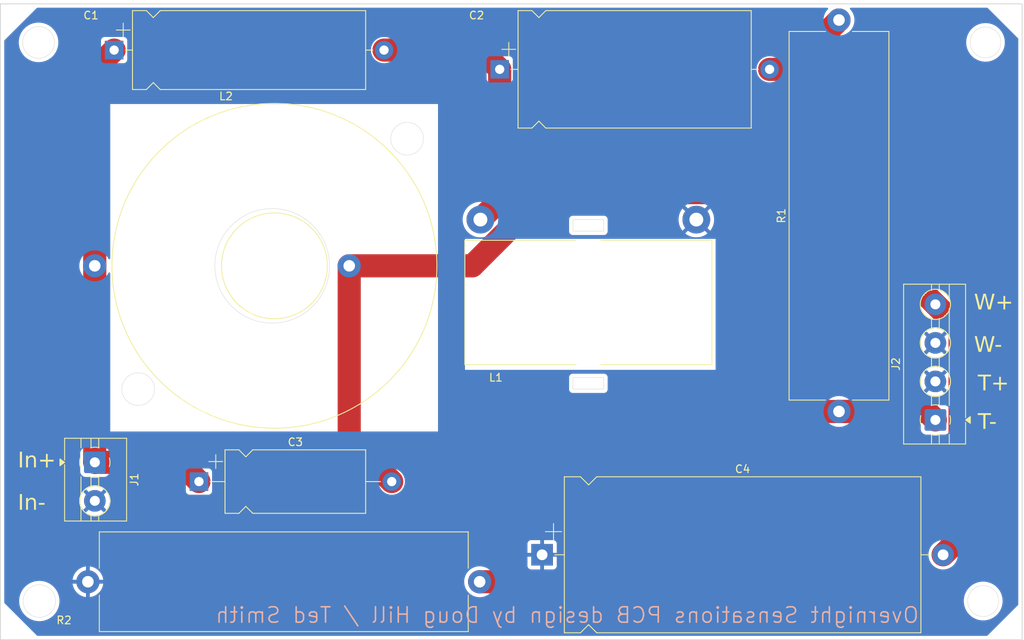
<source format=kicad_pcb>
(kicad_pcb (version 20240108) (generator "pcbnew") (generator_version "8.0")
  (layers (0 "F.Cu" signal) (31 "B.Cu" signal) (34 "B.Paste" user) (35 "F.Paste" user) (36 "B.SilkS" user "B.Silkscreen") (37 "F.SilkS" user "F.Silkscreen") (38 "B.Mask" user) (39 "F.Mask" user) (44 "Edge.Cuts" user))
  (net 0 "")
  (net 1 "Net-(J1-Pin_1)")
  (net 2 "Net-(C1-Pad2)")
  (net 3 "Net-(C2-Pad2)")
  (net 4 "GND")
  (net 5 "/Woofer +")
  (net 6 "/Tweeter -")
  (footprint "Inductor_THT:L_Toroid_Vertical_L31.8mm_W15.9mm_P13.50mm_Bourns_5700" (layer "F.Cu") (at 113 60.5)
    (property "Reference" "L1" (at -12 16.5 0) (layer "F.SilkS"))
    (property "Value" ".35m")
    (fp_line (start -16.02 -1.32) (end -16.02 14.82) (stroke (width 0.12)) (layer "F.SilkS"))
    (fp_line (start -16.02 -1.32) (end -1.608 -1.32) (stroke (width 0.12)) (layer "F.SilkS"))
    (fp_line (start -16.02 14.82) (end -1.608 14.82) (stroke (width 0.12)) (layer "F.SilkS"))
    (fp_line (start 1.608 -1.32) (end 16.02 -1.32) (stroke (width 0.12)) (layer "F.SilkS"))
    (fp_line (start 1.608 14.82) (end 16.02 14.82) (stroke (width 0.12)) (layer "F.SilkS"))
    (fp_line (start 16.02 -1.32) (end 16.02 14.82) (stroke (width 0.12)) (layer "F.SilkS"))
    (pad "1" thru_hole circle (at -14 -4) (size 3.6 3.6) (drill 1.8) (layers "*.Cu" "*.Mask") (net 2 "Net-(C1-Pad2)"))
    (pad "2" thru_hole circle (at 14 -4) (size 3.6 3.6) (drill 1.8) (layers "*.Cu" "*.Mask") (net 4 "GND"))
  )
  (footprint "Resistor_THT:R_Axial_Shunt_L47.6mm_W12.7mm_PS34.93mm_P50.80mm" (layer "F.Cu") (at 98.9 103.5 180)
    (property "Reference" "R2" (at 53.9 -5 0) (layer "F.SilkS"))
    (property "Value" "10")
    (fp_line (start 49.32 6.47) (end 49.32 1.74) (stroke (width 0.12)) (layer "F.SilkS"))
    (fp_line (start 49.32 -6.47) (end 49.32 -1.74) (stroke (width 0.12)) (layer "F.SilkS"))
    (fp_line (start 1.48 6.47) (end 49.32 6.47) (stroke (width 0.12)) (layer "F.SilkS"))
    (fp_line (start 1.48 1.74) (end 1.48 6.47) (stroke (width 0.12)) (layer "F.SilkS"))
    (fp_line (start 1.48 -1.74) (end 1.48 -6.47) (stroke (width 0.12)) (layer "F.SilkS"))
    (fp_line (start 1.48 -6.47) (end 49.32 -6.47) (stroke (width 0.12)) (layer "F.SilkS"))
    (pad "1" thru_hole circle (at 0 0 180) (size 3 3) (drill 1.5) (layers "*.Cu" "*.Mask") (net 6 "/Tweeter -"))
    (pad "2" thru_hole oval (at 50.8 0 180) (size 3 3) (drill 1.5) (layers "*.Cu" "*.Mask") (net 4 "GND"))
  )
  (footprint "Capacitor_THT:CP_Axial_L30.0mm_D10.0mm_P35.00mm_Horizontal" (layer "F.Cu") (at 51.5 34.5)
    (property "Reference" "C1" (at -3 -4.5 0) (layer "F.SilkS"))
    (property "Value" "1.5u")
    (fp_line (start 0.28 -2.6) (end 2.08 -2.6) (stroke (width 0.12)) (layer "F.SilkS"))
    (fp_line (start 1.18 -3.5) (end 1.18 -1.7) (stroke (width 0.12)) (layer "F.SilkS"))
    (fp_line (start 1.44 0) (end 2.38 0) (stroke (width 0.12)) (layer "F.SilkS"))
    (fp_line (start 2.38 -5.12) (end 2.38 5.12) (stroke (width 0.12)) (layer "F.SilkS"))
    (fp_line (start 2.38 -5.12) (end 4.18 -5.12) (stroke (width 0.12)) (layer "F.SilkS"))
    (fp_line (start 2.38 5.12) (end 4.18 5.12) (stroke (width 0.12)) (layer "F.SilkS"))
    (fp_line (start 4.18 -5.12) (end 5.08 -4.22) (stroke (width 0.12)) (layer "F.SilkS"))
    (fp_line (start 4.18 5.12) (end 5.08 4.22) (stroke (width 0.12)) (layer "F.SilkS"))
    (fp_line (start 5.08 -4.22) (end 5.98 -5.12) (stroke (width 0.12)) (layer "F.SilkS"))
    (fp_line (start 5.08 4.22) (end 5.98 5.12) (stroke (width 0.12)) (layer "F.SilkS"))
    (fp_line (start 5.98 -5.12) (end 32.62 -5.12) (stroke (width 0.12)) (layer "F.SilkS"))
    (fp_line (start 5.98 5.12) (end 32.62 5.12) (stroke (width 0.12)) (layer "F.SilkS"))
    (fp_line (start 32.62 -5.12) (end 32.62 5.12) (stroke (width 0.12)) (layer "F.SilkS"))
    (fp_line (start 33.56 0) (end 32.62 0) (stroke (width 0.12)) (layer "F.SilkS"))
    (pad "1" thru_hole rect (at 0 0) (size 2.4 2.4) (drill 1.2) (layers "*.Cu" "*.Mask") (net 1 "Net-(J1-Pin_1)"))
    (pad "2" thru_hole oval (at 35 0) (size 2.4 2.4) (drill 1.2) (layers "*.Cu" "*.Mask") (net 2 "Net-(C1-Pad2)"))
  )
  (footprint "Capacitor_THT:CP_Axial_L18.0mm_D8.0mm_P25.00mm_Horizontal" (layer "F.Cu") (at 62.5 90.5)
    (property "Reference" "C3" (at 12.5 -5.12 0) (layer "F.SilkS"))
    (property "Value" ".22u")
    (fp_line (start 1.28 -2.6) (end 3.08 -2.6) (stroke (width 0.12)) (layer "F.SilkS"))
    (fp_line (start 1.44 0) (end 3.38 0) (stroke (width 0.12)) (layer "F.SilkS"))
    (fp_line (start 2.18 -3.5) (end 2.18 -1.7) (stroke (width 0.12)) (layer "F.SilkS"))
    (fp_line (start 3.38 -4.12) (end 3.38 4.12) (stroke (width 0.12)) (layer "F.SilkS"))
    (fp_line (start 3.38 -4.12) (end 5.18 -4.12) (stroke (width 0.12)) (layer "F.SilkS"))
    (fp_line (start 3.38 4.12) (end 5.18 4.12) (stroke (width 0.12)) (layer "F.SilkS"))
    (fp_line (start 5.18 -4.12) (end 6.08 -3.22) (stroke (width 0.12)) (layer "F.SilkS"))
    (fp_line (start 5.18 4.12) (end 6.08 3.22) (stroke (width 0.12)) (layer "F.SilkS"))
    (fp_line (start 6.08 -3.22) (end 6.98 -4.12) (stroke (width 0.12)) (layer "F.SilkS"))
    (fp_line (start 6.08 3.22) (end 6.98 4.12) (stroke (width 0.12)) (layer "F.SilkS"))
    (fp_line (start 6.98 -4.12) (end 21.62 -4.12) (stroke (width 0.12)) (layer "F.SilkS"))
    (fp_line (start 6.98 4.12) (end 21.62 4.12) (stroke (width 0.12)) (layer "F.SilkS"))
    (fp_line (start 21.62 -4.12) (end 21.62 4.12) (stroke (width 0.12)) (layer "F.SilkS"))
    (fp_line (start 23.56 0) (end 21.62 0) (stroke (width 0.12)) (layer "F.SilkS"))
    (pad "1" thru_hole rect (at 0 0) (size 2.4 2.4) (drill 1.2) (layers "*.Cu" "*.Mask") (net 1 "Net-(J1-Pin_1)"))
    (pad "2" thru_hole oval (at 25 0) (size 2.4 2.4) (drill 1.2) (layers "*.Cu" "*.Mask") (net 5 "/Woofer +"))
  )
  (footprint "Inductor_THT:L_Toroid_Horizontal_D41.9mm_P37.60mm_Vishay_TJ7" (layer "F.Cu") (at 53.4875 62.5)
    (property "Reference" "L2" (at 12.5125 -22 0) (layer "F.SilkS"))
    (property "Value" "1.1m")
    (fp_circle (center 18.8 0) (end 25.663333 0) (stroke (width 0.12)) (fill none) (layer "F.SilkS"))
    (fp_circle (center 18.8 0) (end 39.87 0) (stroke (width 0.12)) (fill none) (layer "F.SilkS"))
    (pad "1" thru_hole circle (at -4.5 0) (size 3 3) (drill 1.5) (layers "*.Cu" "*.Mask") (net 1 "Net-(J1-Pin_1)"))
    (pad "2" thru_hole circle (at 28.5 0) (size 3 3) (drill 1.5) (layers "*.Cu" "*.Mask") (net 5 "/Woofer +"))
  )
  (footprint "Resistor_THT:R_Axial_Shunt_L47.6mm_W12.7mm_PS34.93mm_P50.80mm" (layer "F.Cu") (at 145.5 81.4 90)
    (property "Reference" "R1" (at 25.4 -7.47 90) (layer "F.SilkS"))
    (property "Value" "6")
    (fp_line (start 49.32 -6.47) (end 49.32 -1.74) (stroke (width 0.12)) (layer "F.SilkS"))
    (fp_line (start 1.48 -6.47) (end 49.32 -6.47) (stroke (width 0.12)) (layer "F.SilkS"))
    (fp_line (start 1.48 -1.74) (end 1.48 -6.47) (stroke (width 0.12)) (layer "F.SilkS"))
    (fp_line (start 1.48 1.74) (end 1.48 6.47) (stroke (width 0.12)) (layer "F.SilkS"))
    (fp_line (start 49.32 6.47) (end 49.32 1.74) (stroke (width 0.12)) (layer "F.SilkS"))
    (fp_line (start 1.48 6.47) (end 49.32 6.47) (stroke (width 0.12)) (layer "F.SilkS"))
    (pad "1" thru_hole circle (at 0 0 90) (size 3 3) (drill 1.5) (layers "*.Cu" "*.Mask") (net 6 "/Tweeter -"))
    (pad "2" thru_hole oval (at 50.8 0 90) (size 3 3) (drill 1.5) (layers "*.Cu" "*.Mask") (net 3 "Net-(C2-Pad2)"))
  )
  (footprint "Capacitor_THT:CP_Axial_L30.0mm_D15.0mm_P35.00mm_Horizontal" (layer "F.Cu") (at 101.5 37)
    (property "Reference" "C2" (at -3 -7 0) (layer "F.SilkS"))
    (property "Value" "2.2u")
    (fp_line (start 0.28 -2.6) (end 2.08 -2.6) (stroke (width 0.12)) (layer "F.SilkS"))
    (fp_line (start 1.18 -3.5) (end 1.18 -1.7) (stroke (width 0.12)) (layer "F.SilkS"))
    (fp_line (start 1.44 0) (end 2.38 0) (stroke (width 0.12)) (layer "F.SilkS"))
    (fp_line (start 2.38 -7.62) (end 2.38 7.62) (stroke (width 0.12)) (layer "F.SilkS"))
    (fp_line (start 2.38 -7.62) (end 4.18 -7.62) (stroke (width 0.12)) (layer "F.SilkS"))
    (fp_line (start 2.38 7.62) (end 4.18 7.62) (stroke (width 0.12)) (layer "F.SilkS"))
    (fp_line (start 4.18 -7.62) (end 5.08 -6.72) (stroke (width 0.12)) (layer "F.SilkS"))
    (fp_line (start 4.18 7.62) (end 5.08 6.72) (stroke (width 0.12)) (layer "F.SilkS"))
    (fp_line (start 5.08 -6.72) (end 5.98 -7.62) (stroke (width 0.12)) (layer "F.SilkS"))
    (fp_line (start 5.08 6.72) (end 5.98 7.62) (stroke (width 0.12)) (layer "F.SilkS"))
    (fp_line (start 5.98 -7.62) (end 32.62 -7.62) (stroke (width 0.12)) (layer "F.SilkS"))
    (fp_line (start 5.98 7.62) (end 32.62 7.62) (stroke (width 0.12)) (layer "F.SilkS"))
    (fp_line (start 32.62 -7.62) (end 32.62 7.62) (stroke (width 0.12)) (layer "F.SilkS"))
    (fp_line (start 33.56 0) (end 32.62 0) (stroke (width 0.12)) (layer "F.SilkS"))
    (pad "1" thru_hole rect (at 0 0) (size 2.4 2.4) (drill 1.2) (layers "*.Cu" "*.Mask") (net 2 "Net-(C1-Pad2)"))
    (pad "2" thru_hole oval (at 35 0) (size 2.4 2.4) (drill 1.2) (layers "*.Cu" "*.Mask") (net 3 "Net-(C2-Pad2)"))
  )
  (footprint "Capacitor_THT:CP_Axial_L46.0mm_D20.0mm_P52.00mm_Horizontal" (layer "F.Cu") (at 107 100)
    (property "Reference" "C4" (at 26 -11.12 0) (layer "F.SilkS"))
    (property "Value" "6.8u")
    (fp_line (start 0.43 -3) (end 2.53 -3) (stroke (width 0.12)) (layer "F.SilkS"))
    (fp_line (start 1.48 -4.05) (end 1.48 -1.95) (stroke (width 0.12)) (layer "F.SilkS"))
    (fp_line (start 1.64 0) (end 2.88 0) (stroke (width 0.12)) (layer "F.SilkS"))
    (fp_line (start 2.88 -10.12) (end 2.88 10.12) (stroke (width 0.12)) (layer "F.SilkS"))
    (fp_line (start 2.88 -10.12) (end 4.98 -10.12) (stroke (width 0.12)) (layer "F.SilkS"))
    (fp_line (start 2.88 10.12) (end 4.98 10.12) (stroke (width 0.12)) (layer "F.SilkS"))
    (fp_line (start 4.98 -10.12) (end 6.03 -9.07) (stroke (width 0.12)) (layer "F.SilkS"))
    (fp_line (start 4.98 10.12) (end 6.03 9.07) (stroke (width 0.12)) (layer "F.SilkS"))
    (fp_line (start 6.03 -9.07) (end 7.08 -10.12) (stroke (width 0.12)) (layer "F.SilkS"))
    (fp_line (start 6.03 9.07) (end 7.08 10.12) (stroke (width 0.12)) (layer "F.SilkS"))
    (fp_line (start 7.08 -10.12) (end 49.12 -10.12) (stroke (width 0.12)) (layer "F.SilkS"))
    (fp_line (start 7.08 10.12) (end 49.12 10.12) (stroke (width 0.12)) (layer "F.SilkS"))
    (fp_line (start 49.12 -10.12) (end 49.12 10.12) (stroke (width 0.12)) (layer "F.SilkS"))
    (fp_line (start 50.36 0) (end 49.12 0) (stroke (width 0.12)) (layer "F.SilkS"))
    (pad "1" thru_hole rect (at 0 0) (size 2.8 2.8) (drill 1.4) (layers "*.Cu" "*.Mask") (net 4 "GND"))
    (pad "2" thru_hole oval (at 52 0) (size 2.8 2.8) (drill 1.4) (layers "*.Cu" "*.Mask") (net 5 "/Woofer +"))
  )
  (footprint "TerminalBlock:TerminalBlock_MaiXu_MX126-5.0-04P_1x04_P5.00mm" (layer "F.Cu") (at 158 82.5 90)
    (property "Reference" "J2" (at 7.25 -5.12 90) (layer "F.SilkS"))
    (property "Value" "Screw_Terminal_01x04")
    (fp_line (start 17.62 -4.12) (end 17.62 3.92) (stroke (width 0.12)) (layer "F.SilkS"))
    (fp_line (start -3.12 -4.12) (end 17.62 -4.12) (stroke (width 0.12)) (layer "F.SilkS"))
    (fp_line (start -3.12 -4.12) (end -3.12 3.92) (stroke (width 0.12)) (layer "F.SilkS"))
    (fp_line (start 16.247 -1.486) (end 16.204 -1.443) (stroke (width 0.12)) (layer "F.SilkS"))
    (fp_line (start 11.247 -1.486) (end 11.204 -1.443) (stroke (width 0.12)) (layer "F.SilkS"))
    (fp_line (start 6.247 -1.486) (end 6.204 -1.443) (stroke (width 0.12)) (layer "F.SilkS"))
    (fp_line (start 16.487 -1.247) (end 16.444 -1.204) (stroke (width 0.12)) (layer "F.SilkS"))
    (fp_line (start 11.487 -1.247) (end 11.444 -1.204) (stroke (width 0.12)) (layer "F.SilkS"))
    (fp_line (start 6.487 -1.247) (end 6.444 -1.204) (stroke (width 0.12)) (layer "F.SilkS"))
    (fp_line (start 16.812 -0.5) (end 17.62 -0.5) (stroke (width 0.12)) (layer "F.SilkS"))
    (fp_line (start 11.812 -0.5) (end 13.188 -0.5) (stroke (width 0.12)) (layer "F.SilkS"))
    (fp_line (start 6.812 -0.5) (end 8.188 -0.5) (stroke (width 0.12)) (layer "F.SilkS"))
    (fp_line (start 1.88 -0.5) (end 3.188 -0.5) (stroke (width 0.12)) (layer "F.SilkS"))
    (fp_line (start -3.12 -0.5) (end -1.88 -0.5) (stroke (width 0.12)) (layer "F.SilkS"))
    (fp_line (start 16.812 0.5) (end 17.62 0.5) (stroke (width 0.12)) (layer "F.SilkS"))
    (fp_line (start 11.812 0.5) (end 13.188 0.5) (stroke (width 0.12)) (layer "F.SilkS"))
    (fp_line (start 6.812 0.5) (end 8.188 0.5) (stroke (width 0.12)) (layer "F.SilkS"))
    (fp_line (start 1.88 0.5) (end 3.188 0.5) (stroke (width 0.12)) (layer "F.SilkS"))
    (fp_line (start -3.12 0.5) (end -1.88 0.5) (stroke (width 0.12)) (layer "F.SilkS"))
    (fp_line (start 13.556 1.204) (end 13.513 1.247) (stroke (width 0.12)) (layer "F.SilkS"))
    (fp_line (start 8.556 1.204) (end 8.513 1.247) (stroke (width 0.12)) (layer "F.SilkS"))
    (fp_line (start 3.556 1.204) (end 3.513 1.247) (stroke (width 0.12)) (layer "F.SilkS"))
    (fp_line (start 13.795 1.443) (end 13.752 1.486) (stroke (width 0.12)) (layer "F.SilkS"))
    (fp_line (start 8.795 1.443) (end 8.752 1.486) (stroke (width 0.12)) (layer "F.SilkS"))
    (fp_line (start 3.795 1.443) (end 3.752 1.486) (stroke (width 0.12)) (layer "F.SilkS"))
    (fp_line (start 15.543 1.8) (end 17.62 1.8) (stroke (width 0.12)) (layer "F.SilkS"))
    (fp_line (start 10.543 1.8) (end 14.457 1.8) (stroke (width 0.12)) (layer "F.SilkS"))
    (fp_line (start 5.543 1.8) (end 9.457 1.8) (stroke (width 0.12)) (layer "F.SilkS"))
    (fp_line (start 1.88 1.8) (end 4.457 1.8) (stroke (width 0.12)) (layer "F.SilkS"))
    (fp_line (start -3.12 1.8) (end -1.88 1.8) (stroke (width 0.12)) (layer "F.SilkS"))
    (fp_line (start 0.3 3.92) (end 17.62 3.92) (stroke (width 0.12)) (layer "F.SilkS"))
    (fp_line (start -3.12 3.92) (end -0.3 3.92) (stroke (width 0.12)) (layer "F.SilkS"))
    (fp_arc (start -0.554 -1.88) (mid 0.000246 -1.959928) (end 0.554472 -1.879861) (stroke (width 0.12)) (layer "F.SilkS"))
    (fp_arc (start 1.88 -0.554) (mid 1.959928 0.000246) (end 1.879861 0.554472) (stroke (width 0.12)) (layer "F.SilkS"))
    (fp_arc (start -1.88 0.554) (mid -1.959928 -0.000246) (end -1.879861 -0.554472) (stroke (width 0.12)) (layer "F.SilkS"))
    (fp_arc (start 0.554 1.88) (mid -0.000246 1.959928) (end -0.554472 1.879861) (stroke (width 0.12)) (layer "F.SilkS"))
    (fp_circle (center 15 0) (end 16.96 0) (stroke (width 0.12)) (fill none) (layer "F.SilkS"))
    (fp_circle (center 10 0) (end 11.96 0) (stroke (width 0.12)) (fill none) (layer "F.SilkS"))
    (fp_circle (center 5 0) (end 6.96 0) (stroke (width 0.12)) (fill none) (layer "F.SilkS"))
    (fp_poly (pts (xy 0 3.92) (xy 0.44 4.53) (xy -0.44 4.53) (xy 0 3.92)) (stroke (width 0.12)) (fill solid) (layer "F.SilkS"))
    (pad "1" thru_hole roundrect (at 0 0 90) (size 2.8 2.8) (drill 1.3) (layers "*.Cu" "*.Mask") (roundrect_rratio 0.089286) (net 6 "/Tweeter -"))
    (pad "2" thru_hole circle (at 5 0 90) (size 2.8 2.8) (drill 1.3) (layers "*.Cu" "*.Mask") (net 4 "GND"))
    (pad "3" thru_hole circle (at 15 0 90) (size 2.8 2.8) (drill 1.3) (layers "*.Cu" "*.Mask") (net 5 "/Woofer +"))
    (pad "4" thru_hole circle (at 10 0 90) (size 2.8 2.8) (drill 1.3) (layers "*.Cu" "*.Mask") (net 4 "GND"))
  )
  (footprint "TerminalBlock:TerminalBlock_MaiXu_MX126-5.0-02P_1x02_P5.00mm" (layer "F.Cu") (at 49 88 -90)
    (property "Reference" "J1" (at 2.25 -5.12 90) (layer "F.SilkS"))
    (property "Value" "Screw_Terminal_01x02")
    (fp_line (start -3.12 3.92) (end -0.3 3.92) (stroke (width 0.12)) (layer "F.SilkS"))
    (fp_line (start 0.3 3.92) (end 7.62 3.92) (stroke (width 0.12)) (layer "F.SilkS"))
    (fp_line (start -3.12 1.8) (end -1.88 1.8) (stroke (width 0.12)) (layer "F.SilkS"))
    (fp_line (start 1.88 1.8) (end 4.457 1.8) (stroke (width 0.12)) (layer "F.SilkS"))
    (fp_line (start 5.543 1.8) (end 7.62 1.8) (stroke (width 0.12)) (layer "F.SilkS"))
    (fp_line (start 3.795 1.443) (end 3.752 1.486) (stroke (width 0.12)) (layer "F.SilkS"))
    (fp_line (start 3.556 1.204) (end 3.513 1.247) (stroke (width 0.12)) (layer "F.SilkS"))
    (fp_line (start -3.12 0.5) (end -1.88 0.5) (stroke (width 0.12)) (layer "F.SilkS"))
    (fp_line (start 1.88 0.5) (end 3.188 0.5) (stroke (width 0.12)) (layer "F.SilkS"))
    (fp_line (start 6.812 0.5) (end 7.62 0.5) (stroke (width 0.12)) (layer "F.SilkS"))
    (fp_line (start -3.12 -0.5) (end -1.88 -0.5) (stroke (width 0.12)) (layer "F.SilkS"))
    (fp_line (start 1.88 -0.5) (end 3.188 -0.5) (stroke (width 0.12)) (layer "F.SilkS"))
    (fp_line (start 6.812 -0.5) (end 7.62 -0.5) (stroke (width 0.12)) (layer "F.SilkS"))
    (fp_line (start 6.487 -1.247) (end 6.444 -1.204) (stroke (width 0.12)) (layer "F.SilkS"))
    (fp_line (start 6.247 -1.486) (end 6.204 -1.443) (stroke (width 0.12)) (layer "F.SilkS"))
    (fp_line (start -3.12 -4.12) (end -3.12 3.92) (stroke (width 0.12)) (layer "F.SilkS"))
    (fp_line (start -3.12 -4.12) (end 7.62 -4.12) (stroke (width 0.12)) (layer "F.SilkS"))
    (fp_line (start 7.62 -4.12) (end 7.62 3.92) (stroke (width 0.12)) (layer "F.SilkS"))
    (fp_arc (start 0.554 1.88) (mid -0.000246 1.959928) (end -0.554472 1.879861) (stroke (width 0.12)) (layer "F.SilkS"))
    (fp_arc (start -1.88 0.554) (mid -1.959928 -0.000246) (end -1.879861 -0.554472) (stroke (width 0.12)) (layer "F.SilkS"))
    (fp_arc (start 1.88 -0.554) (mid 1.959928 0.000246) (end 1.879861 0.554472) (stroke (width 0.12)) (layer "F.SilkS"))
    (fp_arc (start -0.554 -1.88) (mid 0.000246 -1.959928) (end 0.554472 -1.879861) (stroke (width 0.12)) (layer "F.SilkS"))
    (fp_circle (center 5 0) (end 6.96 0) (stroke (width 0.12)) (fill none) (layer "F.SilkS"))
    (fp_poly (pts (xy 0 3.92) (xy 0.44 4.53) (xy -0.44 4.53) (xy 0 3.92)) (stroke (width 0.12)) (fill solid) (layer "F.SilkS"))
    (pad "1" thru_hole roundrect (at 0 0 270) (size 2.8 2.8) (drill 1.3) (layers "*.Cu" "*.Mask") (roundrect_rratio 0.089286) (net 1 "Net-(J1-Pin_1)"))
    (pad "2" thru_hole circle (at 5 0 270) (size 2.8 2.8) (drill 1.3) (layers "*.Cu" "*.Mask") (net 4 "GND"))
  )
  (gr_rect (start 111 77) (end 115 78.5) (stroke (width 0.05)) (fill none) (layer "Edge.Cuts"))
  (gr_circle (center 72 62.5) (end 77 57) (stroke (width 0.05)) (fill none) (layer "Edge.Cuts"))
  (gr_circle (center 164.2 106) (end 165.1 104.2) (stroke (width 0.05)) (fill none) (layer "Edge.Cuts"))
  (gr_rect (start 36.75 28.5) (end 169.25 111.0254) (stroke (width 0.1)) (fill none) (layer "Edge.Cuts"))
  (gr_circle (center 41.7 33.5) (end 40.9 31.6) (stroke (width 0.05)) (fill none) (layer "Edge.Cuts"))
  (gr_rect (start 111 56.5) (end 115 58) (stroke (width 0.05)) (fill none) (layer "Edge.Cuts"))
  (gr_circle (center 54.62132 78.5) (end 53.12132 80) (stroke (width 0.05)) (fill none) (layer "Edge.Cuts"))
  (gr_circle (center 89.5 46) (end 88 47.5) (stroke (width 0.05)) (fill none) (layer "Edge.Cuts"))
  (gr_circle (center 41.8 106) (end 40.7 107.8) (stroke (width 0.05)) (fill none) (layer "Edge.Cuts"))
  (gr_circle (center 164.5 33.5) (end 165.7 31.9) (stroke (width 0.05)) (fill none) (layer "Edge.Cuts"))
  (gr_text "Overnight Sensations PCB design by Doug Hill / Ted Smith" (at 156 109 0) (layer "B.SilkS") (effects (font (size 2 2) (thickness 0.2)) (justify left bottom mirror)))
  (gr_text "In+\n" (at 39 89 0) (layer "F.SilkS") (effects (font (size 2 2) (thickness 0.3)) (justify left bottom)))
  (gr_text "In-" (at 39 94.5 0) (layer "F.SilkS") (effects (font (size 2 2) (thickness 0.3)) (justify left bottom)))
  (gr_text "W+\n" (at 163 68.5 0) (layer "F.SilkS") (effects (font (size 2 2) (thickness 0.3)) (justify left bottom)))
  (gr_text "T-\n" (at 163.5 84 0) (layer "F.SilkS") (effects (font (size 2 2) (thickness 0.3)) (justify left bottom)))
  (gr_text "T+\n" (at 163.5 79 0) (layer "F.SilkS") (effects (font (size 2 2) (thickness 0.3)) (justify left bottom)))
  (gr_text "W-\n" (at 163 74 0) (layer "F.SilkS") (effects (font (size 2 2) (thickness 0.3)) (justify left bottom)))
  (segment (start 60 88) (end 62.5 90.5) (width 3) (layer "F.Cu") (net 1))
  (segment (start 49 88) (end 60 88) (width 3) (layer "F.Cu") (net 1))
  (segment (start 48.9875 62.5) (end 48.9875 87.9875) (width 3) (layer "F.Cu") (net 1))
  (segment (start 48.9875 37.0125) (end 51.5 34.5) (width 3) (layer "F.Cu") (net 1))
  (segment (start 48.9875 62.5) (end 48.9875 37.0125) (width 3) (layer "F.Cu") (net 1))
  (segment (start 48.9875 87.9875) (end 49 88) (width 3) (layer "F.Cu") (net 1))
  (segment (start 99 34.5) (end 101.5 37) (width 3) (layer "F.Cu") (net 2))
  (segment (start 86.5 34.5) (end 99 34.5) (width 3) (layer "F.Cu") (net 2))
  (segment (start 101.5 54) (end 99 56.5) (width 3) (layer "F.Cu") (net 2))
  (segment (start 101.5 37) (end 101.5 54) (width 3) (layer "F.Cu") (net 2))
  (segment (start 136.5 37) (end 139.1 37) (width 3) (layer "F.Cu") (net 3))
  (segment (start 139.1 37) (end 145.5 30.6) (width 3) (layer "F.Cu") (net 3))
  (segment (start 143.5 53) (end 107.449748 53) (width 3) (layer "F.Cu") (net 5))
  (segment (start 161.2 70.7) (end 158 67.5) (width 3) (layer "F.Cu") (net 5))
  (segment (start 81.9875 84.9875) (end 87.5 90.5) (width 3) (layer "F.Cu") (net 5))
  (segment (start 161.2 97.8) (end 161.2 70.7) (width 3) (layer "F.Cu") (net 5))
  (segment (start 107.449748 53) (end 97.949748 62.5) (width 3) (layer "F.Cu") (net 5))
  (segment (start 81.9875 62.5) (end 81.9875 84.9875) (width 3) (layer "F.Cu") (net 5))
  (segment (start 97.949748 62.5) (end 81.9875 62.5) (width 3) (layer "F.Cu") (net 5))
  (segment (start 159 100) (end 161.2 97.8) (width 3) (layer "F.Cu") (net 5))
  (segment (start 158 67.5) (end 143.5 53) (width 3) (layer "F.Cu") (net 5))
  (segment (start 145.5 81.4) (end 147 81.4) (width 3) (layer "F.Cu") (net 6))
  (segment (start 131.8 81.4) (end 147 81.4) (width 3) (layer "F.Cu") (net 6))
  (segment (start 109.7 103.5) (end 131.8 81.4) (width 3) (layer "F.Cu") (net 6))
  (segment (start 156.9 81.4) (end 158 82.5) (width 3) (layer "F.Cu") (net 6))
  (segment (start 147 81.4) (end 156.9 81.4) (width 3) (layer "F.Cu") (net 6))
  (segment (start 98.9 103.5) (end 109.7 103.5) (width 3) (layer "F.Cu") (net 6))
  (zone (net 4) (net_name "GND") (layer "B.Cu") (connect_pads (clearance 0.5)) (min_thickness 0.25) (fill yes (thermal_gap 0.5) (thermal_bridge_width 0.5) (smoothing chamfer) (radius 5))
    (polygon (pts (xy 169.5 28.5) (xy 169.5 111) (xy 37 111) (xy 37 28)))
    (polygon (pts (xy 51 84) (xy 93.5 84) (xy 93.5 41.5) (xy 51 41.5)))
    (polygon (pts (xy 97 59) (xy 97 76) (xy 129.5 76) (xy 129.5 59)))
  )
)
</source>
